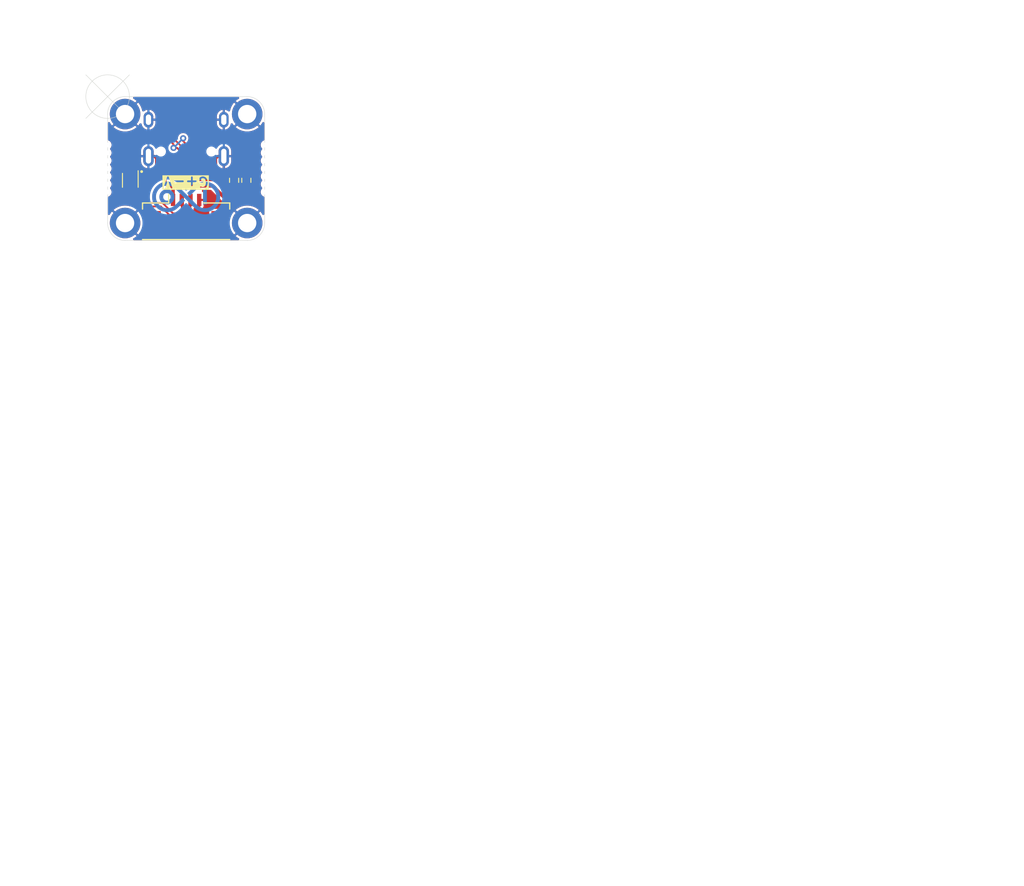
<source format=kicad_pcb>
(kicad_pcb (version 20241229) (generator "pcbnew") (generator_version "9.0")
  (layers (0 "F.Cu" signal) (2 "B.Cu" signal) (13 "F.Paste" user) (15 "B.Paste" user) (5 "F.SilkS" user "F.Silkscreen") (7 "B.SilkS" user "B.Silkscreen") (1 "F.Mask" user) (3 "B.Mask" user) (25 "Edge.Cuts" user))
  (net 0 "")
  (net 1 "GND")
  (net 2 "DP")
  (net 3 "Net-(J1-CC1)")
  (net 5 "DN")
  (net 6 "Net-(J1-CC2)")
  (net 8 "UVCC")
  (net 9 "D-")
  (net 10 "D+")
  (footprint "MountingHole:MountingHole_2.2mm_M2_DIN965_Pad" (layer "F.Cu") (at 47 37)
    (property "Reference" "REF**" (hide yes))
    (property "Value" "MountingHole_2.2mm_M2_DIN965_Pad")
    (pad "1" thru_hole circle (at 0 0) (size 3.5 3.5) (drill 2.1) (layers "*.Cu" "*.Mask") (net 1 "GND"))
  )
  (footprint "MountingHole:MountingHole_2.2mm_M2_DIN965_Pad" (layer "F.Cu") (at 61 37)
    (property "Reference" "REF**" (hide yes))
    (property "Value" "MountingHole_2.2mm_M2_DIN965_Pad")
    (pad "1" thru_hole circle (at 0 0) (size 3.5 3.5) (drill 2.1) (layers "*.Cu" "*.Mask") (net 1 "GND"))
  )
  (footprint "MountingHole:MountingHole_2.2mm_M2_DIN965_Pad" (layer "F.Cu") (at 47 49.5)
    (property "Reference" "REF**" (hide yes))
    (property "Value" "MountingHole_2.2mm_M2_DIN965_Pad")
    (pad "1" thru_hole circle (at 0 0) (size 3.5 3.5) (drill 2.1) (layers "*.Cu" "*.Mask") (net 1 "GND"))
  )
  (footprint "MountingHole:MountingHole_2.2mm_M2_DIN965_Pad" (layer "F.Cu") (at 61 49.5)
    (property "Reference" "REF**" (hide yes))
    (property "Value" "MountingHole_2.2mm_M2_DIN965_Pad")
    (pad "1" thru_hole circle (at 0 0) (size 3.5 3.5) (drill 2.1) (layers "*.Cu" "*.Mask") (net 1 "GND"))
  )
  (footprint "u1:USB_C_Receptacle_HRO_TYPE-C-31-M-12" (layer "F.Cu") (at 54 38.7 180)
    (property "Reference" "J1" (hide yes))
    (property "Value" "USB_C_Receptacle_USB2.0")
    (pad "" np_thru_hole circle (at -2.89 -2.6 180) (size 0.65 0.65) (drill 0.65) (layers "*.Cu" "*.Mask"))
    (pad "" np_thru_hole circle (at 2.89 -2.6 180) (size 0.65 0.65) (drill 0.65) (layers "*.Cu" "*.Mask"))
    (pad "A1" smd rect (at -3.25 -4.045 180) (size 0.6 1.45) (layers "F.Cu" "F.Mask" "F.Paste") (net 1 "GND"))
    (pad "A4" smd rect (at -2.45 -4.045 180) (size 0.6 1.45) (layers "F.Cu" "F.Mask" "F.Paste") (net 8 "UVCC"))
    (pad "A5" smd rect (at -1.25 -4.045 180) (size 0.3 1.45) (layers "F.Cu" "F.Mask" "F.Paste") (net 3 "Net-(J1-CC1)"))
    (pad "A6" smd rect (at -0.25 -4.045 180) (size 0.3 1.45) (layers "F.Cu" "F.Mask" "F.Paste") (net 2 "DP"))
    (pad "A7" smd rect (at 0.25 -4.045 180) (size 0.3 1.45) (layers "F.Cu" "F.Mask" "F.Paste") (net 5 "DN"))
    (pad "A8" smd rect (at 1.25 -4.045 180) (size 0.3 1.45) (layers "F.Cu" "F.Mask" "F.Paste"))
    (pad "A9" smd rect (at 2.45 -4.045 180) (size 0.6 1.45) (layers "F.Cu" "F.Mask" "F.Paste") (net 8 "UVCC"))
    (pad "A12" smd rect (at 3.25 -4.045 180) (size 0.6 1.45) (layers "F.Cu" "F.Mask" "F.Paste") (net 1 "GND"))
    (pad "B1" smd rect (at 3.25 -4.045 180) (size 0.6 1.45) (layers "F.Cu" "F.Mask" "F.Paste") (net 1 "GND"))
    (pad "B4" smd rect (at 2.45 -4.045 180) (size 0.6 1.45) (layers "F.Cu" "F.Mask" "F.Paste") (net 8 "UVCC"))
    (pad "B5" smd rect (at 1.75 -4.045 180) (size 0.3 1.45) (layers "F.Cu" "F.Mask" "F.Paste") (net 6 "Net-(J1-CC2)"))
    (pad "B6" smd rect (at 0.75 -4.045 180) (size 0.3 1.45) (layers "F.Cu" "F.Mask" "F.Paste") (net 2 "DP"))
    (pad "B7" smd rect (at -0.75 -4.045 180) (size 0.3 1.45) (layers "F.Cu" "F.Mask" "F.Paste") (net 5 "DN"))
    (pad "B8" smd rect (at -1.75 -4.045 180) (size 0.3 1.45) (layers "F.Cu" "F.Mask" "F.Paste"))
    (pad "B9" smd rect (at -2.45 -4.045 180) (size 0.6 1.45) (layers "F.Cu" "F.Mask" "F.Paste") (net 8 "UVCC"))
    (pad "B12" smd rect (at -3.25 -4.045 180) (size 0.6 1.45) (layers "F.Cu" "F.Mask" "F.Paste") (net 1 "GND"))
    (pad "S1" thru_hole oval (at -4.32 -3.13 180) (size 1.2 2.3) (drill oval 0.6 1.7) (layers "*.Cu" "*.Mask" "F.Paste") (net 1 "GND"))
    (pad "S1" thru_hole oval (at -4.32 1.05 180) (size 1.1 1.8) (drill oval 0.6 1.2) (layers "*.Cu" "*.Mask" "F.Paste") (net 1 "GND"))
    (pad "S1" thru_hole oval (at 4.32 -3.13 180) (size 1.2 2.3) (drill oval 0.6 1.7) (layers "*.Cu" "*.Mask" "F.Paste") (net 1 "GND"))
    (pad "S1" thru_hole oval (at 4.32 1.05 180) (size 1.1 1.8) (drill oval 0.6 1.2) (layers "*.Cu" "*.Mask" "F.Paste") (net 1 "GND"))
  )
  (footprint "Resistor_SMD:R_0603_1608Metric" (layer "F.Cu") (at 60.9 44.6 90)
    (property "Reference" "R1" (hide yes))
    (property "Value" "5.1k")
    (fp_line (start -0.237258 -0.5225) (end 0.237258 -0.5225) (stroke (width 0.12)) (layer "F.SilkS"))
    (fp_line (start -0.237258 0.5225) (end 0.237258 0.5225) (stroke (width 0.12)) (layer "F.SilkS"))
    (pad "1" smd roundrect (at -0.825 0 90) (size 0.8 0.95) (layers "F.Cu" "F.Mask" "F.Paste") (net 3 "Net-(J1-CC1)"))
    (pad "2" smd roundrect (at 0.825 0 90) (size 0.8 0.95) (layers "F.Cu" "F.Mask" "F.Paste") (net 1 "GND"))
  )
  (footprint "Resistor_SMD:R_0603_1608Metric" (layer "F.Cu") (at 59.5 44.6 -90)
    (property "Reference" "R2" (hide yes))
    (property "Value" "5.1k")
    (fp_line (start -0.237258 0.5225) (end 0.237258 0.5225) (stroke (width 0.12)) (layer "F.SilkS"))
    (fp_line (start -0.237258 -0.5225) (end 0.237258 -0.5225) (stroke (width 0.12)) (layer "F.SilkS"))
    (pad "1" smd roundrect (at -0.825 0 270) (size 0.8 0.95) (layers "F.Cu" "F.Mask" "F.Paste") (net 1 "GND"))
    (pad "2" smd roundrect (at 0.825 0 270) (size 0.8 0.95) (layers "F.Cu" "F.Mask" "F.Paste") (net 6 "Net-(J1-CC2)"))
  )
  (footprint "Package_TO_SOT_SMD:SOT-666" (layer "F.Cu") (at 47.6 44.6 -90)
    (property "Reference" "U1" (hide yes))
    (property "Value" "USBLC6-2P6")
    (fp_line (start -0.8 0.9) (end 0.8 0.9) (stroke (width 0.12)) (layer "F.SilkS"))
    (fp_line (start 0.8 -0.9) (end -1.1 -0.9) (stroke (width 0.12)) (layer "F.SilkS"))
    (pad "1" smd rect (at -0.85 -0.5375 270) (size 0.5 0.375) (layers "F.Cu" "F.Mask" "F.Paste") (net 5 "DN"))
    (pad "2" smd rect (at -0.925 0 270) (size 0.65 0.3) (layers "F.Cu" "F.Mask" "F.Paste") (net 1 "GND"))
    (pad "3" smd rect (at -0.85 0.5375 270) (size 0.5 0.375) (layers "F.Cu" "F.Mask" "F.Paste") (net 2 "DP"))
    (pad "4" smd rect (at 0.85 0.5375 270) (size 0.5 0.375) (layers "F.Cu" "F.Mask" "F.Paste") (net 10 "D+"))
    (pad "5" smd rect (at 0.925 0 270) (size 0.65 0.3) (layers "F.Cu" "F.Mask" "F.Paste") (net 8 "UVCC"))
    (pad "6" smd rect (at 0.85 -0.5375 270) (size 0.5 0.375) (layers "F.Cu" "F.Mask" "F.Paste") (net 9 "D-"))
  )
  (footprint "u1:FPC_4P_1.0mm" (layer "F.Cu") (at 54 46.2)
    (property "Reference" "J2" (hide yes))
    (property "Value" "Conn_01x06_MountingPin" (hide yes))
    (fp_line (start -5 1) (end -2 1) (stroke (width 0.15)) (layer "F.SilkS"))
    (fp_line (start -5 1.7) (end -5 1) (stroke (width 0.15)) (layer "F.SilkS"))
    (fp_line (start -5 5.2) (end 5 5.2) (stroke (width 0.15)) (layer "F.SilkS"))
    (fp_line (start -2 1) (end -2 0) (stroke (width 0.15)) (layer "F.SilkS"))
    (fp_line (start 5 1) (end 2 1) (stroke (width 0.15)) (layer "F.SilkS"))
    (fp_line (start 5 1.7) (end 5 1) (stroke (width 0.15)) (layer "F.SilkS"))
    (pad "1" smd rect (at -1.5 0.65) (size 0.5 1.4) (layers "F.Cu" "F.Mask" "F.Paste") (net 8 "UVCC"))
    (pad "2" smd rect (at -0.5 0.65) (size 0.5 1.4) (layers "F.Cu" "F.Mask" "F.Paste") (net 9 "D-"))
    (pad "3" smd rect (at 0.5 0.65) (size 0.5 1.4) (layers "F.Cu" "F.Mask" "F.Paste") (net 10 "D+"))
    (pad "4" smd rect (at 1.5 0.65) (size 0.5 1.4) (layers "F.Cu" "F.Mask" "F.Paste") (net 1 "GND"))
    (pad "MP" smd rect (at -3.9 3.175) (size 2 2.5) (layers "F.Cu" "F.Mask" "F.Paste") (net 1 "GND"))
    (pad "MP" smd rect (at 3.9 3.175) (size 2 2.5) (layers "F.Cu" "F.Mask" "F.Paste") (net 1 "GND"))
  )
  (footprint "u1:Mouse_Bite_7" (layer "F.Cu") (at 63 43.25 -90)
    (property "Reference" "REF**" (hide yes))
    (property "Value" "Mouse_Bite_7" (hide yes))
    (pad "" np_thru_hole circle (at -2.7 -0.1 270) (size 0.6 0.6) (drill 0.6) (layers "*.Cu" "*.Mask"))
    (pad "" np_thru_hole circle (at -1.8 -0.1 270) (size 0.6 0.6) (drill 0.6) (layers "*.Cu" "*.Mask"))
    (pad "" np_thru_hole circle (at -0.9 -0.1 270) (size 0.6 0.6) (drill 0.6) (layers "*.Cu" "*.Mask"))
    (pad "" np_thru_hole circle (at 0 -0.1 270) (size 0.6 0.6) (drill 0.6) (layers "*.Cu" "*.Mask"))
    (pad "" np_thru_hole circle (at 0.9 -0.1 270) (size 0.6 0.6) (drill 0.6) (layers "*.Cu" "*.Mask"))
    (pad "" np_thru_hole circle (at 1.8 -0.1 270) (size 0.6 0.6) (drill 0.6) (layers "*.Cu" "*.Mask"))
    (pad "" np_thru_hole circle (at 2.7 -0.1 270) (size 0.6 0.6) (drill 0.6) (layers "*.Cu" "*.Mask"))
  )
  (footprint "u1:Mouse_Bite_7" (layer "F.Cu") (at 45 43.25 90)
    (property "Reference" "REF**" (hide yes))
    (property "Value" "Mouse_Bite_7" (hide yes))
    (pad "" np_thru_hole circle (at -2.7 -0.1 90) (size 0.6 0.6) (drill 0.6) (layers "*.Cu" "*.Mask"))
    (pad "" np_thru_hole circle (at -1.8 -0.1 90) (size 0.6 0.6) (drill 0.6) (layers "*.Cu" "*.Mask"))
    (pad "" np_thru_hole circle (at -0.9 -0.1 90) (size 0.6 0.6) (drill 0.6) (layers "*.Cu" "*.Mask"))
    (pad "" np_thru_hole circle (at 0 -0.1 90) (size 0.6 0.6) (drill 0.6) (layers "*.Cu" "*.Mask"))
    (pad "" np_thru_hole circle (at 0.9 -0.1 90) (size 0.6 0.6) (drill 0.6) (layers "*.Cu" "*.Mask"))
    (pad "" np_thru_hole circle (at 1.8 -0.1 90) (size 0.6 0.6) (drill 0.6) (layers "*.Cu" "*.Mask"))
    (pad "" np_thru_hole circle (at 2.7 -0.1 90) (size 0.6 0.6) (drill 0.6) (layers "*.Cu" "*.Mask"))
  )
  (footprint "u1:mini_logo" (layer "B.Cu") (at 54 46.5 180)
    (property "Reference" "G***" (hide yes))
    (property "Value" "LOGO" (hide yes))
    (fp_poly (pts (xy -1.939637 -0.865909) (xy -2.378364 -0.865909) (xy -2.378364 0.865909) (xy -1.939637 0.865909) (xy -1.939637 -0.865909)) (fill yes) (layer "B.Cu"))
    (fp_poly (pts (xy 2.274656 0.862878) (xy 2.376327 0.85068) (xy 2.473042 0.824866) (xy 2.568863 0.785709) (xy 2.693245 0.715167) (xy 2.802177 0.627895) (xy 2.894552 0.525187) (xy 2.969261 0.40834) (xy 3.025198 0.278649) (xy 3.038519 0.236162) (xy 3.057069 0.1456) (xy 3.065868 0.04282) (xy 3.064914 -0.063464) (xy 3.054209 -0.16454) (xy 3.038519 -0.236161) (xy 2.989608 -0.366124) (xy 2.921614 -0.48534) (xy 2.836568 -0.591888) (xy 2.736499 -0.683843) (xy 2.623438 -0.759282) (xy 2.499415 -0.816282) (xy 2.393402 -0.847372) (xy 2.321483 -0.858489) (xy 2.237051 -0.863898) (xy 2.149356 -0.863563) (xy 2.067642 -0.85745) (xy 2.014681 -0.848797) (xy 1.884214 -0.80852) (xy 1.762383 -0.74822) (xy 1.651406 -0.670021) (xy 1.553498 -0.576043) (xy 1.470875 -0.46841) (xy 1.405753 -0.349244) (xy 1.360878 -0.222674) (xy 1.343866 -0.131464) (xy 1.33647 -0.028514) (xy 1.33707 0) (xy 1.772227 0) (xy 1.773094 -0.055525) (xy 1.776688 -0.096127) (xy 1.784495 -0.129939) (xy 1.798003 -0.165096) (xy 1.80541 -0.181522) (xy 1.852301 -0.258236) (xy 1.916006 -0.326388) (xy 1.991279 -0.381583) (xy 2.072876 -0.419427) (xy 2.098207 -0.426842) (xy 2.132308 -0.431923) (xy 2.178999 -0.434541) (xy 2.225437 -0.434202) (xy 2.276147 -0.430007) (xy 2.319036 -0.420448) (xy 2.364714 -0.402646) (xy 2.395108 -0.388181) (xy 2.478323 -0.335598) (xy 2.544286 -0.270545) (xy 2.593007 -0.19589) (xy 2.624493 -0.114502) (xy 2.638755 -0.029249) (xy 2.635799 0.057001) (xy 2.615636 0.141379) (xy 2.578274 0.221017) (xy 2.523722 0.293046) (xy 2.451988 0.354598) (xy 2.392731 0.389337) (xy 2.348161 0.410512) (xy 2.313668 0.423422) (xy 2.280334 0.430072) (xy 2.239243 0.432469) (xy 2.199968 0.432686) (xy 2.14429 0.431435) (xy 2.103179 0.426991) (xy 2.068173 0.417813) (xy 2.030807 0.40236) (xy 2.029083 0.401561) (xy 1.953148 0.355887) (xy 1.884472 0.29491) (xy 1.829174 0.224653) (xy 1.80541 0.181522) (xy 1.78918 0.143517) (xy 1.77925 0.11014) (xy 1.774134 0.073259) (xy 1.772344 0.024739) (xy 1.772227 0) (xy 1.33707 0) (xy 1.338691 0.076927) (xy 1.350527 0.175605) (xy 1.360878 0.222674) (xy 1.399852 0.337978) (xy 1.453695 0.441934) (xy 1.525414 0.539645) (xy 1.587151 0.606345) (xy 1.685693 0.695091) (xy 1.78428 0.763012) (xy 1.887127 0.811994) (xy 1.998446 0.843922) (xy 2.122451 0.860683) (xy 2.160271 0.862927) (xy 2.274656 0.862878)) (stroke (width 0.01)) (fill yes) (layer "B.Cu"))
    (fp_poly (pts (xy -2.011067 1.733319) (xy -1.826497 1.707386) (xy -1.648454 1.664459) (xy -1.481125 1.605752) (xy -1.339273 1.538321) (xy -1.292174 1.512126) (xy -1.248848 1.486673) (xy -1.207549 1.460462) (xy -1.166531 1.43199) (xy -1.124049 1.399756) (xy -1.078357 1.362258) (xy -1.027709 1.317994) (xy -0.97036 1.265463) (xy -0.904564 1.203162) (xy -0.828576 1.12959) (xy -0.740649 1.043246) (xy -0.639039 0.942628) (xy -0.588819 0.892723) (xy -0.121228 0.427739) (xy -0.274064 0.274679) (xy -0.426899 0.121619) (xy -0.874427 0.567035) (xy -0.960999 0.652793) (xy -1.044834 0.735065) (xy -1.124116 0.812122) (xy -1.197029 0.882235) (xy -1.261758 0.943671) (xy -1.316487 0.994703) (xy -1.3594 1.033599) (xy -1.388682 1.058631) (xy -1.397 1.064961) (xy -1.547628 1.157391) (xy -1.703625 1.22744) (xy -1.865793 1.275364) (xy -2.034934 1.301416) (xy -2.159001 1.306775) (xy -2.332645 1.295562) (xy -2.500555 1.262442) (xy -2.661105 1.208194) (xy -2.812669 1.133598) (xy -2.953621 1.039433) (xy -3.082336 0.926479) (xy -3.180046 0.817352) (xy -3.239446 0.733899) (xy -3.297731 0.634994) (xy -3.35113 0.528124) (xy -3.395875 0.420775) (xy -3.425877 0.329046) (xy -3.437311 0.285846) (xy -3.445627 0.248503) (xy -3.451316 0.211929) (xy -3.45487 0.171041) (xy -3.456779 0.120753) (xy -3.457534 0.055981) (xy -3.457639 0) (xy -3.457395 -0.077774) (xy -3.456337 -0.137544) (xy -3.453974 -0.184395) (xy -3.449815 -0.223413) (xy -3.443369 -0.259682) (xy -3.434145 -0.298287) (xy -3.425877 -0.329045) (xy -3.392274 -0.43033) (xy -3.346589 -0.537944) (xy -3.292592 -0.6444) (xy -3.234051 -0.742213) (xy -3.180046 -0.817351) (xy -3.067233 -0.941859) (xy -2.94257 -1.047753) (xy -2.802837 -1.137638) (xy -2.749129 -1.166125) (xy -2.600007 -1.231434) (xy -2.451408 -1.275746) (xy -2.297867 -1.300363) (xy -2.159 -1.306774) (xy -1.984564 -1.296031) (xy -1.817673 -1.263623) (xy -1.657471 -1.209276) (xy -1.503101 -1.132719) (xy -1.397 -1.065034) (xy -1.378301 -1.049484) (xy -1.343951 -1.018144) (xy -1.294563 -0.971616) (xy -1.230751 -0.910501) (xy -1.15313 -0.835399) (xy -1.062312 -0.746911) (xy -0.958913 -0.645639) (xy -0.843544 -0.532183) (xy -0.716821 -0.407144) (xy -0.579357 -0.271123) (xy -0.431765 -0.124722) (xy -0.27466 0.03146) (xy -0.132773 0.172777) (xy 0.033984 0.338993) (xy 0.185286 0.489748) (xy 0.322035 0.625879) (xy 0.445135 0.748223) (xy 0.555487 0.857618) (xy 0.653994 0.9549) (xy 0.741558 1.040906) (xy 0.819082 1.116475) (xy 0.887468 1.182442) (xy 0.947618 1.239646) (xy 1.000436 1.288923) (xy 1.046823 1.33111) (xy 1.087682 1.367044) (xy 1.123915 1.397563) (xy 1.156424 1.423504) (xy 1.186113 1.445704) (xy 1.213884 1.465) (xy 1.240638 1.482228) (xy 1.267279 1.498228) (xy 1.294708 1.513834) (xy 1.323829 1.529885) (xy 1.339272 1.538321) (xy 1.495398 1.611705) (xy 1.66445 1.669553) (xy 1.841396 1.71084) (xy 2.021199 1.734541) (xy 2.198826 1.739629) (xy 2.298491 1.733684) (xy 2.457496 1.713521) (xy 2.601414 1.683727) (xy 2.736906 1.642422) (xy 2.870636 1.587728) (xy 2.946662 1.550843) (xy 3.098194 1.46455) (xy 3.235503 1.366439) (xy 3.365682 1.251341) (xy 3.388247 1.229081) (xy 3.520779 1.081613) (xy 3.632656 0.924825) (xy 3.725132 0.756683) (xy 3.799462 0.575155) (xy 3.808721 0.547865) (xy 3.844979 0.427198) (xy 3.870334 0.314287) (xy 3.886102 0.200747) (xy 3.893598 0.078193) (xy 3.894675 0) (xy 3.891357 -0.131583) (xy 3.880528 -0.249308) (xy 3.860873 -0.361559) (xy 3.831074 -0.476722) (xy 3.808721 -0.547864) (xy 3.736894 -0.731482) (xy 3.647101 -0.901421) (xy 3.538088 -1.059715) (xy 3.408599 -1.208396) (xy 3.388247 -1.22908) (xy 3.239998 -1.36172) (xy 3.079668 -1.47555) (xy 2.908988 -1.569934) (xy 2.72969 -1.644239) (xy 2.543505 -1.697831) (xy 2.352164 -1.730076) (xy 2.1574 -1.74034) (xy 2.011066 -1.733318) (xy 1.826496 -1.707385) (xy 1.648453 -1.664458) (xy 1.481124 -1.605751) (xy 1.339272 -1.53832) (xy 1.292173 -1.512125) (xy 1.248847 -1.486673) (xy 1.207548 -1.460461) (xy 1.16653 -1.431989) (xy 1.124048 -1.399755) (xy 1.078356 -1.362257) (xy 1.027708 -1.317993) (xy 0.970359 -1.265462) (xy 0.904563 -1.203161) (xy 0.828575 -1.12959) (xy 0.740648 -1.043245) (xy 0.639038 -0.942627) (xy 0.588818 -0.892723) (xy 0.121227 -0.427738) (xy 0.274065 -0.274676) (xy 0.426903 -0.121615) (xy 0.880201 -0.573375) (xy 0.986965 -0.679545) (xy 1.079256 -0.770676) (xy 1.158757 -0.848224) (xy 1.227153 -0.913647) (xy 1.286129 -0.9684) (xy 1.337369 -1.01394) (xy 1.382558 -1.051724) (xy 1.42338 -1.083207) (xy 1.46152 -1.109847) (xy 1.498663 -1.133099) (xy 1.536493 -1.15442) (xy 1.575954 -1.174894) (xy 1.718353 -1.234369) (xy 1.871703 -1.276208) (xy 2.031714 -1.300122) (xy 2.194096 -1.305822) (xy 2.354557 -1.293017) (xy 2.508807 -1.261417) (xy 2.571688 -1.242139) (xy 2.732514 -1.175526) (xy 2.88237 -1.089286) (xy 3.019306 -0.984777) (xy 3.141378 -0.863359) (xy 3.180045 -0.817351) (xy 3.239445 -0.733898) (xy 3.29773 -0.634993) (xy 3.351129 -0.528123) (xy 3.395874 -0.420774) (xy 3.425876 -0.329045) (xy 3.43731 -0.285846) (xy 3.445626 -0.248502) (xy 3.451315 -0.211928) (xy 3.454869 -0.17104) (xy 3.456778 -0.120752) (xy 3.457533 -0.05598) (xy 3.457638 0) (xy 3.457394 0.077774) (xy 3.456336 0.137545) (xy 3.453973 0.184396) (xy 3.449814 0.223414) (xy 3.443368 0.259683) (xy 3.434144 0.298288) (xy 3.425876 0.329046) (xy 3.392273 0.430331) (xy 3.346588 0.537945) (xy 3.292591 0.644401) (xy 3.23405 0.742214) (xy 3.180045 0.817352) (xy 3.067232 0.94186) (xy 2.942569 1.047754) (xy 2.802836 1.137639) (xy 2.749128 1.166125) (xy 2.600006 1.231435) (xy 2.451407 1.275747) (xy 2.297866 1.300363) (xy 2.159 1.306775) (xy 1.984529 1.296027) (xy 1.817602 1.263604) (xy 1.657378 1.209241) (xy 1.503018 1.13267) (xy 1.397 1.065012) (xy 1.378328 1.04948) (xy 1.344011 1.018167) (xy 1.294668 0.97168) (xy 1.230921 0.910626) (xy 1.153389 0.835614) (xy 1.062693 0.74725) (xy 0.959454 0.646143) (xy 0.844292 0.532899) (xy 0.717828 0.408127) (xy 0.580682 0.272433) (xy 0.433475 0.126426) (xy 0.276827 -0.029288) (xy 0.132772 -0.172753) (xy -0.034006 -0.338981) (xy -0.185329 -0.489747) (xy -0.322099 -0.62589) (xy -0.445219 -0.748245) (xy -0.55559 -0.857651) (xy -0.654116 -0.954945) (xy -0.741697 -1.040962) (xy -0.819238 -1.116542) (xy -0.88764 -1.182519) (xy -0.947805 -1.239732) (xy -1.000635 -1.289017) (xy -1.047034 -1.331212) (xy -1.087903 -1.367154) (xy -1.124144 -1.397679) (xy -1.156661 -1.423625) (xy -1.186354 -1.445829) (xy -1.214127 -1.465128) (xy -1.240882 -1.482358) (xy -1.267522 -1.498357) (xy -1.294947 -1.513963) (xy -1.324062 -1.530011) (xy -1.339273 -1.53832) (xy -1.498138 -1.612906) (xy -1.669802 -1.671167) (xy -1.84994 -1.712268) (xy -2.034224 -1.735373) (xy -2.21833 -1.739647) (xy -2.339664 -1.731534) (xy -2.536558 -1.699364) (xy -2.726752 -1.645393) (xy -2.908832 -1.5703) (xy -3.081384 -1.47476) (xy -3.242996 -1.359453) (xy -3.388248 -1.22908) (xy -3.52078 -1.081612) (xy -3.632657 -0.924824) (xy -3.725133 -0.756683) (xy -3.799463 -0.575154) (xy -3.808722 -0.547864) (xy -3.84498 -0.427197) (xy -3.870335 -0.314286) (xy -3.886103 -0.200747) (xy -3.893599 -0.078193) (xy -3.894676 0) (xy -3.891358 0.131584) (xy -3.880529 0.249308) (xy -3.860874 0.36156) (xy -3.831075 0.476723) (xy -3.808722 0.547865) (xy -3.736895 0.731483) (xy -3.647102 0.901422) (xy -3.538089 1.059716) (xy -3.4086 1.208397) (xy -3.388248 1.229081) (xy -3.239999 1.361721) (xy -3.079669 1.475551) (xy -2.908989 1.569935) (xy -2.729691 1.64424) (xy -2.543506 1.697832) (xy -2.352165 1.730077) (xy -2.157401 1.740341) (xy -2.011067 1.733319)) (stroke (width 0.01)) (fill yes) (layer "B.Cu"))
  )
  (gr_circle (center 48.9 43.6) (end 49 43.6) (stroke (width 0.12)) (fill yes) (layer "F.SilkS"))
  (gr_line (start 61 35) (end 47 35) (stroke (width 0.05)) (layer "Edge.Cuts"))
  (gr_arc (start 45 37) (mid 45.585786 35.585786) (end 47 35) (stroke (width 0.05)) (layer "Edge.Cuts"))
  (gr_arc (start 63 49.5) (mid 62.414214 50.914214) (end 61 51.5) (stroke (width 0.05)) (layer "Edge.Cuts"))
  (gr_line (start 63 49.5) (end 63 37) (stroke (width 0.05)) (layer "Edge.Cuts"))
  (gr_arc (start 47 51.5) (mid 45.585786 50.914214) (end 45 49.5) (stroke (width 0.05)) (layer "Edge.Cuts"))
  (gr_line (start 47 51.5) (end 61 51.5) (stroke (width 0.05)) (layer "Edge.Cuts"))
  (gr_line (start 45 37) (end 45 49.5) (stroke (width 0.05)) (layer "Edge.Cuts"))
  (gr_arc (start 61 35) (mid 62.414214 35.585786) (end 63 37) (stroke (width 0.05)) (layer "Edge.Cuts"))
  (gr_text "G+-V" (at 54 44.1 180) (layer "F.SilkS" knockout) (effects (font (size 1.2 1.2) (thickness 0.2) (bold yes)) (justify bottom)))
  (target x (at 45 35) (size 5) (width 0.05) (layer "Edge.Cuts"))
  (segment (start 58.32 43.775) (end 58.32 41.83) (width 0.3) (layer "F.Cu") (net 1))
  (segment (start 59.5 43.775) (end 58.32 43.775) (width 0.3) (layer "F.Cu") (net 1))
  (segment (start 49.68 43.645) (end 49.68 41.83) (width 0.25) (layer "F.Cu") (net 1))
  (segment (start 47.875 44.35) (end 48.975 44.35) (width 0.25) (layer "F.Cu") (net 1))
  (segment (start 47.6 44.075) (end 47.875 44.35) (width 0.25) (layer "F.Cu") (net 1))
  (segment (start 57.67 41.83) (end 58.32 41.83) (width 0.3) (layer "F.Cu") (net 1))
  (segment (start 50.75 42.745) (end 50.75 42.25) (width 0.3) (layer "F.Cu") (net 1))
  (segment (start 50.33 41.83) (end 49.68 41.83) (width 0.3) (layer "F.Cu") (net 1))
  (segment (start 57.25 42.745) (end 57.25 42.25) (width 0.3) (layer "F.Cu") (net 1))
  (segment (start 47.6 43.675) (end 47.6 44.075) (width 0.25) (layer "F.Cu") (net 1))
  (segment (start 57.25 42.25) (end 57.67 41.83) (width 0.3) (layer "F.Cu") (net 1))
  (segment (start 50.75 42.25) (end 50.33 41.83) (width 0.3) (layer "F.Cu") (net 1))
  (segment (start 48.975 44.35) (end 49.68 43.645) (width 0.25) (layer "F.Cu") (net 1))
  (segment (start 54.25 43.725) (end 54.25 42.745) (width 0.2) (layer "F.Cu") (net 2))
  (segment (start 47.35 42.925) (end 47.0625 43.2125) (width 0.2) (layer "F.Cu") (net 2))
  (segment (start 48.875 39.75) (end 47.35 41.275) (width 0.2) (layer "F.Cu") (net 2))
  (segment (start 54.25 41.5) (end 52.5 39.75) (width 0.2) (layer "F.Cu") (net 2))
  (segment (start 52.5 39.75) (end 48.875 39.75) (width 0.2) (layer "F.Cu") (net 2))
  (segment (start 53.25 43.725) (end 53.525 44) (width 0.2) (layer "F.Cu") (net 2))
  (segment (start 53.525 44) (end 53.975 44) (width 0.2) (layer "F.Cu") (net 2))
  (segment (start 47.35 41.275) (end 47.35 42.925) (width 0.2) (layer "F.Cu") (net 2))
  (segment (start 54.25 42.745) (end 54.25 41.5) (width 0.2) (layer "F.Cu") (net 2))
  (segment (start 53.25 42.745) (end 53.25 43.725) (width 0.2) (layer "F.Cu") (net 2))
  (segment (start 53.975 44) (end 54.25 43.725) (width 0.2) (layer "F.Cu") (net 2))
  (segment (start 47.0625 43.2125) (end 47.0625 43.75) (width 0.2) (layer "F.Cu") (net 2))
  (segment (start 60.9 44.6) (end 58.3 44.6) (width 0.2) (layer "F.Cu") (net 3))
  (segment (start 57.7 44) (end 55.525 44) (width 0.2) (layer "F.Cu") (net 3))
  (segment (start 55.25 43.725) (end 55.25 42.745) (width 0.2) (layer "F.Cu") (net 3))
  (segment (start 60.9 45.425) (end 60.9 44.6) (width 0.2) (layer "F.Cu") (net 3))
  (segment (start 55.525 44) (end 55.25 43.725) (width 0.2) (layer "F.Cu") (net 3))
  (segment (start 58.3 44.6) (end 57.7 44) (width 0.2) (layer "F.Cu") (net 3))
  (segment (start 47.875 42.925) (end 47.875 41.425) (width 0.2) (layer "F.Cu") (net 5))
  (segment (start 52.56 40.88) (end 52.96 40.88) (width 0.2) (layer "F.Cu") (net 5))
  (segment (start 48.1375 43.1875) (end 47.875 42.925) (width 0.2) (layer "F.Cu") (net 5))
  (segment (start 52.96 40.88) (end 53.75 41.67) (width 0.2) (layer "F.Cu") (net 5))
  (segment (start 53.75 41.67) (end 53.75 42.745) (width 0.2) (layer "F.Cu") (net 5))
  (segment (start 52.56 40.48) (end 52.56 40.88) (width 0.2) (layer "F.Cu") (net 5))
  (segment (start 49.1 40.2) (end 52.28 40.2) (width 0.2) (layer "F.Cu") (net 5))
  (segment (start 52.28 40.2) (end 52.56 40.48) (width 0.2) (layer "F.Cu") (net 5))
  (segment (start 53.66 39.78) (end 53.66 40.11) (width 0.2) (layer "F.Cu") (net 5))
  (segment (start 53.66 40.11) (end 54.75 41.2) (width 0.2) (layer "F.Cu") (net 5))
  (segment (start 48.1375 43.75) (end 48.1375 43.1875) (width 0.2) (layer "F.Cu") (net 5))
  (segment (start 54.75 41.2) (end 54.75 42.745) (width 0.2) (layer "F.Cu") (net 5))
  (segment (start 47.875 41.425) (end 49.1 40.2) (width 0.2) (layer "F.Cu") (net 5))
  (via (at 52.56 40.88) (size 0.7) (drill 0.35) (layers "F.Cu" "B.Cu") (net 5))
  (via (at 53.66 39.78) (size 0.7) (drill 0.35) (layers "F.Cu" "B.Cu") (net 5))
  (segment (start 53.66 39.78) (end 52.56 40.88) (width 0.2) (layer "B.Cu") (net 5))
  (segment (start 58.325 45.425) (end 59.5 45.425) (width 0.2) (layer "F.Cu") (net 6))
  (segment (start 53.06 44.6) (end 57.5 44.6) (width 0.2) (layer "F.Cu") (net 6))
  (segment (start 57.5 44.6) (end 58.325 45.425) (width 0.2) (layer "F.Cu") (net 6))
  (segment (start 52.25 42.745) (end 52.25 43.79) (width 0.2) (layer "F.Cu") (net 6))
  (segment (start 52.25 43.79) (end 53.06 44.6) (width 0.2) (layer "F.Cu") (net 6))
  (segment (start 50.1 44.1) (end 51.55 44.1) (width 0.25) (layer "F.Cu") (net 8))
  (segment (start 61.81 42.31) (end 61.81 45.79) (width 0.4) (layer "F.Cu") (net 8))
  (segment (start 56.9 39.9) (end 59.4 39.9) (width 0.4) (layer "F.Cu") (net 8))
  (segment (start 51.55 44.1) (end 51.55 42.745) (width 0.4) (layer "F.Cu") (net 8))
  (segment (start 47.6 45.12) (end 47.6 45.525) (width 0.25) (layer "F.Cu") (net 8))
  (segment (start 61.03 46.57) (end 58.37 46.57) (width 0.4) (layer "F.Cu") (net 8))
  (segment (start 58.37 46.57) (end 57.04 45.24) (width 0.4) (layer "F.Cu") (net 8))
  (segment (start 52.2 45.24) (end 51.94 45.24) (width 0.4) (layer "F.Cu") (net 8))
  (segment (start 56.45 42) (end 56.025 41.575) (width 0.4) (layer "F.Cu") (net 8))
  (segment (start 52.5 45.24) (end 52.2 45.24) (width 0.4) (layer "F.Cu") (net 8))
  (segment (start 50.1 44.1) (end 49.35 44.85) (width 0.25) (layer "F.Cu") (net 8))
  (segment (start 59.4 39.9) (end 61.81 42.31) (width 0.4) (layer "F.Cu") (net 8))
  (segment (start 51.94 45.24) (end 51.55 44.85) (width 0.4) (layer "F.Cu") (net 8))
  (segment (start 47.87 44.85) (end 47.6 45.12) (width 0.25) (layer "F.Cu") (net 8))
  (segment (start 61.81 45.79) (end 61.03 46.57) (width 0.4) (layer "F.Cu") (net 8))
  (segment (start 52.5 46.75) (end 52.5 45.24) (width 0.4) (layer "F.Cu") (net 8))
  (segment (start 51.5 42.795) (end 51.55 42.745) (width 0.4) (layer "F.Cu") (net 8))
  (segment (start 49.35 44.85) (end 47.87 44.85) (width 0.25) (layer "F.Cu") (net 8))
  (segment (start 57.04 45.24) (end 52.2 45.24) (width 0.4) (layer "F.Cu") (net 8))
  (segment (start 56.45 42.745) (end 56.45 42) (width 0.4) (layer "F.Cu") (net 8))
  (segment (start 56.025 40.775) (end 56.9 39.9) (width 0.4) (layer "F.Cu") (net 8))
  (segment (start 56.025 41.575) (end 56.025 40.775) (width 0.4) (layer "F.Cu") (net 8))
  (segment (start 51.55 44.85) (end 51.55 44.1) (width 0.4) (layer "F.Cu") (net 8))
  (segment (start 48.5 47.2) (end 51.3 47.2) (width 0.2) (layer "F.Cu") (net 9))
  (segment (start 51.3 47.2) (end 52.5 48.4) (width 0.2) (layer "F.Cu") (net 9))
  (segment (start 53.5 47.9) (end 53.5 46.75) (width 0.2) (layer "F.Cu") (net 9))
  (segment (start 53 48.4) (end 53.5 47.9) (width 0.2) (layer "F.Cu") (net 9))
  (segment (start 48.1375 45.45) (end 48.1375 46.05625) (width 0.2) (layer "F.Cu") (net 9))
  (segment (start 52.5 48.4) (end 53 48.4) (width 0.2) (layer "F.Cu") (net 9))
  (segment (start 48.1375 46.05625) (end 47.9 46.29375) (width 0.2) (layer "F.Cu") (net 9))
  (segment (start 47.9 46.29375) (end 47.9 46.6) (width 0.2) (layer "F.Cu") (net 9))
  (segment (start 47.9 46.6) (end 48.5 47.2) (width 0.2) (layer "F.Cu") (net 9))
  (segment (start 48.375 47.6) (end 51.1 47.6) (width 0.2) (layer "F.Cu") (net 10))
  (segment (start 47.0625 45.8625) (end 47.5 46.3) (width 0.2) (layer "F.Cu") (net 10))
  (segment (start 47.5 46.725) (end 48.375 47.6) (width 0.2) (layer "F.Cu") (net 10))
  (segment (start 54.5 48) (end 54.5 46.75) (width 0.2) (layer "F.Cu") (net 10))
  (segment (start 47.0625 45.45) (end 47.0625 45.8625) (width 0.2) (layer "F.Cu") (net 10))
  (segment (start 47.5 46.3) (end 47.5 46.725) (width 0.2) (layer "F.Cu") (net 10))
  (segment (start 52.4 48.9) (end 53.6 48.9) (width 0.2) (layer "F.Cu") (net 10))
  (segment (start 53.6 48.9) (end 54.5 48) (width 0.2) (layer "F.Cu") (net 10))
  (segment (start 51.1 47.6) (end 52.4 48.9) (width 0.2) (layer "F.Cu") (net 10))
  (zone (net 0) (net_name "") (layer "F.Cu") (connect_pads (clearance 0)) (min_thickness 0.25)
    (keepout (tracks allowed) (vias allowed) (pads allowed) (copperpour not_allowed) (footprints allowed))
    (fill (thermal_gap 0.25) (thermal_bridge_width 0.25))
    (polygon (pts (xy 49.7 41.7) (xy 58.3 41.7) (xy 58.3 44.1) (xy 49.7 44.1)))
  )
  (zone (net 1) (net_name "GND") (layers "F.Cu" "B.Cu") (connect_pads (clearance 0.25)) (min_thickness 0.25) (fill yes (thermal_gap 0.25) (thermal_bridge_width 0.25))
    (polygon (pts (xy 63 51.5) (xy 45 51.5) (xy 45 35) (xy 63 35)))
  )
)
</source>
